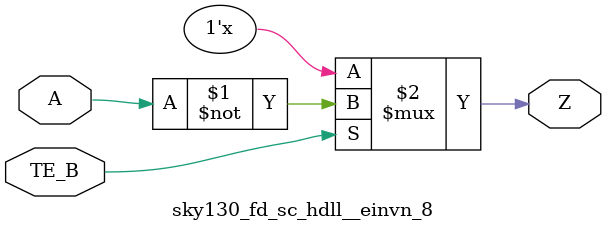
<source format=v>
/*
 * Copyright 2020 The SkyWater PDK Authors
 *
 * Licensed under the Apache License, Version 2.0 (the "License");
 * you may not use this file except in compliance with the License.
 * You may obtain a copy of the License at
 *
 *     https://www.apache.org/licenses/LICENSE-2.0
 *
 * Unless required by applicable law or agreed to in writing, software
 * distributed under the License is distributed on an "AS IS" BASIS,
 * WITHOUT WARRANTIES OR CONDITIONS OF ANY KIND, either express or implied.
 * See the License for the specific language governing permissions and
 * limitations under the License.
 *
 * SPDX-License-Identifier: Apache-2.0
*/


`ifndef SKY130_FD_SC_HDLL__EINVN_8_FUNCTIONAL_V
`define SKY130_FD_SC_HDLL__EINVN_8_FUNCTIONAL_V

/**
 * einvn: Tri-state inverter, negative enable.
 *
 * Verilog simulation functional model.
 */

`timescale 1ns / 1ps
`default_nettype none

`celldefine
module sky130_fd_sc_hdll__einvn_8 (
    Z   ,
    A   ,
    TE_B
);

    // Module ports
    output Z   ;
    input  A   ;
    input  TE_B;

    //     Name     Output  Other arguments
    notif0 notif00 (Z     , A, TE_B        );

endmodule
`endcelldefine

`default_nettype wire
`endif  // SKY130_FD_SC_HDLL__EINVN_8_FUNCTIONAL_V

</source>
